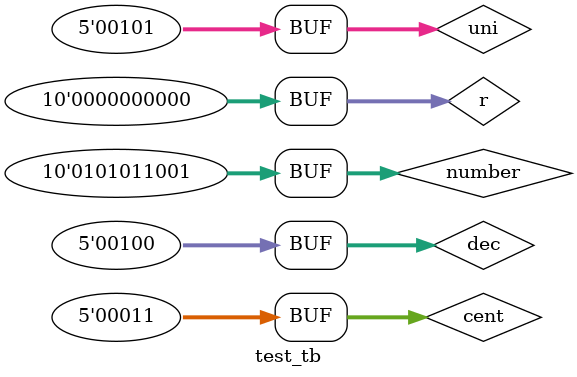
<source format=v>
module test_tb;
  reg [9:0] r;

  reg [9:0] number = 345;
  reg [4:0] cent;
  reg [4:0] dec;
  reg [4:0] uni;

  initial begin
    r = 0;
  end

  initial begin
    $dumpfile("test_tv.vcd");
    $dumpvars;

    $monitor($time, ": r=%d cent=%d dec=%d uni=%d", r, cent, dec, uni);

    #1
    cent = number / 100;
    dec = (number - (cent*100)) / 10;
    uni = number - ((cent*100) + (dec*10));
  end

endmodule

</source>
